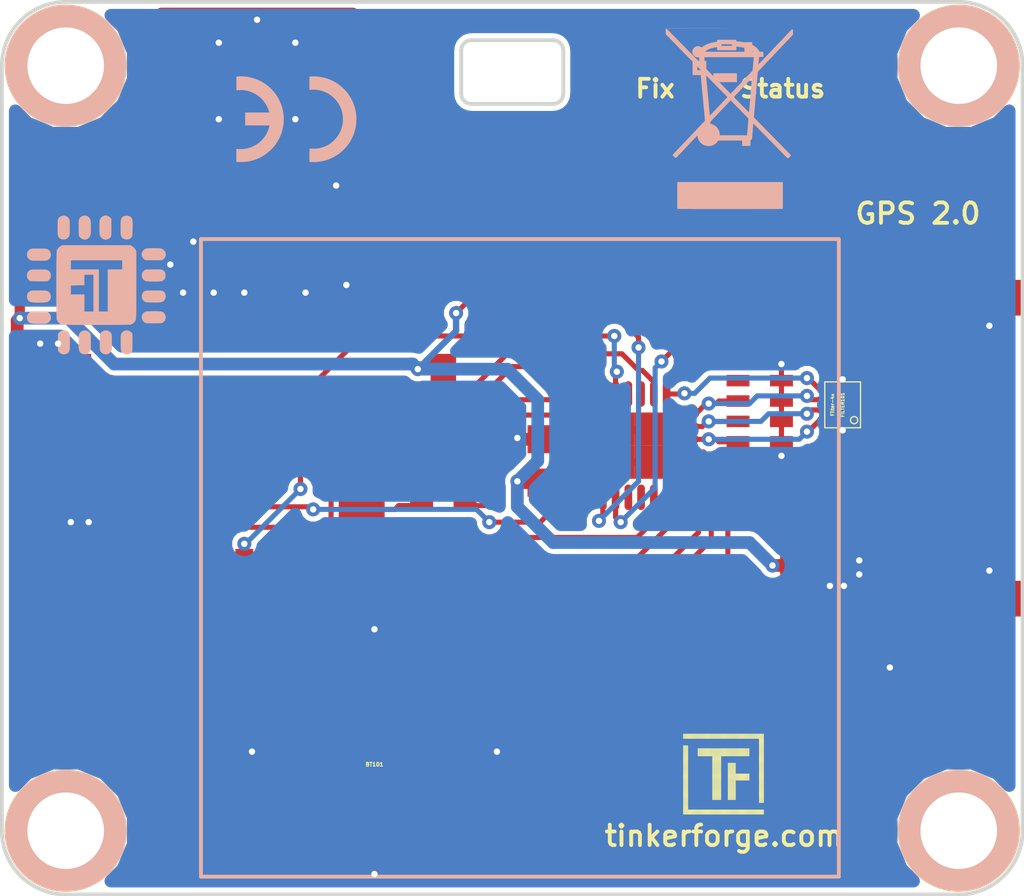
<source format=kicad_pcb>
(kicad_pcb (version 4) (host pcbnew 4.0.7-e2-6376~58~ubuntu17.04.1)
  (layers (0 F.Cu signal hide) (31 B.Cu signal hide) (34 B.Paste user) (35 F.Paste user) (36 B.SilkS user) (37 F.SilkS user) (38 B.Mask user) (39 F.Mask user) (44 Edge.Cuts user))
  (net 0 "")
  (net 1 GND)
  (net 2 +BATT)
  (net 3 VCC)
  (net 4 "Net-(C101-Pad2)")
  (net 5 "Net-(L101-Pad2)")
  (net 6 "Net-(FILTER101-Pad1)")
  (net 7 "Net-(FILTER101-Pad2)")
  (net 8 "Net-(FILTER101-Pad3)")
  (net 9 "Net-(FILTER101-Pad4)")
  (net 10 RESET)
  (net 11 TXD)
  (net 12 RXD)
  (net 13 1PPS)
  (net 14 "Net-(RP101-Pad5)")
  (net 15 "Net-(RP101-Pad7)")
  (net 16 "Net-(RP101-Pad8)")
  (net 17 RTCM)
  (net 18 INT)
  (net 19 "Net-(D101-Pad2)")
  (net 20 "Net-(P103-Pad2)")
  (net 21 M-CS)
  (net 22 M-CLK)
  (net 23 M-MOSI)
  (net 24 M-MISO)
  (net 25 S-MISO)
  (net 26 S-MOSI)
  (net 27 S-CLK)
  (net 28 S-CS)
  (net 29 "Net-(RP102-Pad1)")
  (net 30 "Net-(RP102-Pad2)")
  (net 31 "Net-(RP102-Pad3)")
  (net 32 "Net-(RP102-Pad4)")
  (net 33 "Net-(D102-Pad2)")
  (net 34 "Net-(RP103-Pad5)")
  (net 35 "Net-(RP103-Pad8)")
  (net 36 "Net-(P101-Pad1)")
  (net 37 "Net-(RP1-Pad1)")
  (net 38 "Net-(RP101-Pad3)")
  (net 39 "Net-(RP101-Pad6)")
  (net 40 "Net-(RP103-Pad2)")
  (net 41 "Net-(RP103-Pad3)")
  (net 42 "Net-(RP103-Pad6)")
  (net 43 "Net-(RP103-Pad7)")
  (net 44 "Net-(U101-Pad3)")
  (net 45 "Net-(U101-Pad4)")
  (net 46 "Net-(U101-Pad11)")
  (net 47 "Net-(U101-Pad15)")
  (net 48 "Net-(U101-Pad16)")
  (net 49 "Net-(U102-Pad10)")
  (module kicad-libraries:CON-SENSOR2 (layer F.Cu) (at 206.4 103.4 90)
    (fp_text reference P101)
    (fp_text value CON-SENSOR)
    (pad 1 smd rect (at -3.75 -4.6 90) (size 0.6 1.8) (layers F.Cu F.Paste F.Mask) (net 36 "Net-(P101-Pad1)"))
    (pad 2 smd rect (at -2.5 -4.6 90) (size 0.6 1.8) (layers F.Cu F.Paste F.Mask) (net 1 GND))
    (pad EP smd rect (at -5.9 -1.2 90) (size 1.4 2.4) (layers F.Cu F.Paste F.Mask) (net 1 GND))
    (pad EP smd rect (at 5.9 -1.2 90) (size 1.4 2.4) (layers F.Cu F.Paste F.Mask) (net 1 GND))
    (pad 3 smd rect (at -1.25 -4.6 90) (size 0.6 1.8) (layers F.Cu F.Paste F.Mask) (net 4 "Net-(C101-Pad2)"))
    (pad 4 smd rect (at 0 -4.6 90) (size 0.6 1.8) (layers F.Cu F.Paste F.Mask) (net 6 "Net-(FILTER101-Pad1)"))
    (pad 5 smd rect (at 1.25 -4.6 90) (size 0.6 1.8) (layers F.Cu F.Paste F.Mask) (net 7 "Net-(FILTER101-Pad2)"))
    (pad 6 smd rect (at 2.5 -4.6 90) (size 0.6 1.8) (layers F.Cu F.Paste F.Mask) (net 8 "Net-(FILTER101-Pad3)"))
    (pad 7 smd rect (at 3.75 -4.6 90) (size 0.6 1.8) (layers F.Cu F.Paste F.Mask) (net 9 "Net-(FILTER101-Pad4)"))
  )
  (module kicad-libraries:Fiducial_Mark (layer F.Cu) (at 199.9 91.4)
    (fp_text reference Fiducial_Mark hide)
    (fp_text value VAL** hide)
    (pad 1 smd circle (at 0 0) (size 1.00076 1.00076) (layers F.Cu F.Paste F.Mask) (clearance 0.65024))
  )
  (module kicad-libraries:Fiducial_Mark (layer F.Cu) (at 167.9 92.9)
    (fp_text reference Fiducial_Mark hide)
    (fp_text value VAL** hide)
    (pad 1 smd circle (at 0 0) (size 1.00076 1.00076) (layers F.Cu F.Paste F.Mask) (clearance 0.65024))
  )
  (module kicad-libraries:Fiducial_Mark (layer F.Cu) (at 204.9 113.4)
    (fp_text reference Fiducial_Mark hide)
    (fp_text value VAL** hide)
    (pad 1 smd circle (at 0 0) (size 1.00076 1.00076) (layers F.Cu F.Paste F.Mask) (clearance 0.65024))
  )
  (module kicad-libraries:Logo_CoMCU (layer B.Cu) (at 170.1 97 180)
    (fp_text reference G*** hide)
    (fp_text value LOGO hide)
  )
  (module kicad-libraries:DFN8-17x135 (layer F.Cu) (at 199.35 101.7 270)
    (fp_text reference FILTER101 (at 0 0 270) (layer F.SilkS) (effects (font (size 0.127 0.127) (thickness 0.03175))))
    (fp_text value Filter-4x (at 0 0.4 270) (layer F.SilkS) (effects (font (size 0.127 0.127) (thickness 0.03175))))
    (pad 1 smd rect (at 0.6 -0.675 270) (size 0.25 0.6) (layers F.Cu F.Paste F.Mask) (net 6 "Net-(FILTER101-Pad1)"))
    (pad 2 smd rect (at 0.2 -0.675 270) (size 0.25 0.6) (layers F.Cu F.Paste F.Mask) (net 7 "Net-(FILTER101-Pad2)"))
    (pad 3 smd rect (at -0.2 -0.675 270) (size 0.25 0.6) (layers F.Cu F.Paste F.Mask) (net 8 "Net-(FILTER101-Pad3)"))
    (pad 4 smd rect (at -0.6 -0.675 270) (size 0.25 0.6) (layers F.Cu F.Paste F.Mask) (net 9 "Net-(FILTER101-Pad4)"))
    (pad 5 smd rect (at -0.6 0.675 270) (size 0.25 0.6) (layers F.Cu F.Paste F.Mask) (net 25 S-MISO))
    (pad 6 smd rect (at -0.2 0.675 270) (size 0.25 0.6) (layers F.Cu F.Paste F.Mask) (net 26 S-MOSI))
    (pad 7 smd rect (at 0.2 0.675 270) (size 0.25 0.6) (layers F.Cu F.Paste F.Mask) (net 27 S-CLK))
    (pad 8 smd rect (at 0.6 0.675 270) (size 0.25 0.6) (layers F.Cu F.Paste F.Mask) (net 28 S-CS))
    (pad EXP smd rect (at 0 0 270) (size 1.2 0.4) (layers F.Cu F.Paste F.Mask) (net 1 GND))
  )
  (module kicad-libraries:SolderJumper (layer F.Cu) (at 199.8 112 180)
    (fp_text reference P103)
    (fp_text value Boot)
    (pad 2 smd rect (at 0.55 0 180) (size 0.3 1.4) (layers F.Cu F.Mask) (net 20 "Net-(P103-Pad2)"))
    (pad 2 smd rect (at 0.15 0 180) (size 0.6 0.5) (layers F.Cu F.Mask) (net 20 "Net-(P103-Pad2)"))
    (pad 1 smd rect (at -0.5 0 180) (size 0.4 1.4) (layers F.Cu F.Mask) (net 1 GND))
    (pad 1 smd rect (at -0.225 0.55 180) (size 0.95 0.3) (layers F.Cu F.Mask) (net 1 GND))
    (pad 1 smd rect (at -0.225 -0.55 180) (size 0.95 0.3) (layers F.Cu F.Mask) (net 1 GND))
  )
  (module kicad-libraries:0603X4 (layer F.Cu) (at 191.7 96.1)
    (fp_text reference RP103)
    (fp_text value 1k)
    (pad 1 smd rect (at 1.19888 -0.8509) (size 0.44958 0.89916) (layers F.Cu F.Paste F.Mask) (net 19 "Net-(D101-Pad2)"))
    (pad 2 smd rect (at 0.39878 -0.8509) (size 0.44958 0.89916) (layers F.Cu F.Paste F.Mask) (net 40 "Net-(RP103-Pad2)"))
    (pad 3 smd rect (at -0.39878 -0.8509) (size 0.44958 0.89916) (layers F.Cu F.Paste F.Mask) (net 41 "Net-(RP103-Pad3)"))
    (pad 4 smd rect (at -1.19888 -0.8509) (size 0.44958 0.89916) (layers F.Cu F.Paste F.Mask) (net 33 "Net-(D102-Pad2)"))
    (pad 5 smd rect (at -1.19888 0.8509) (size 0.44958 0.89916) (layers F.Cu F.Paste F.Mask) (net 34 "Net-(RP103-Pad5)"))
    (pad 6 smd rect (at -0.39878 0.8509) (size 0.44958 0.89916) (layers F.Cu F.Paste F.Mask) (net 42 "Net-(RP103-Pad6)"))
    (pad 7 smd rect (at 0.39878 0.8509) (size 0.44958 0.89916) (layers F.Cu F.Paste F.Mask) (net 43 "Net-(RP103-Pad7)"))
    (pad 8 smd rect (at 1.19888 0.8509) (size 0.44958 0.89916) (layers F.Cu F.Paste F.Mask) (net 35 "Net-(RP103-Pad8)"))
  )
  (module kicad-libraries:D0603E (layer F.Cu) (at 192 87.6)
    (fp_text reference D102)
    (fp_text value "LED green")
    (pad 1 smd rect (at -0.8501 0) (size 1.1 1) (layers F.Cu F.Paste F.Mask) (net 3 VCC))
    (pad 2 smd rect (at 0.8501 0) (size 1.1 1) (layers F.Cu F.Paste F.Mask) (net 33 "Net-(D102-Pad2)"))
  )
  (module kicad-libraries:WEEE_7mm_back (layer B.Cu) (at 194.9 90.5)
    (fp_text reference VAL hide)
    (fp_text value WEEE_7mm_back hide)
  )
  (module kicad-libraries:QFN24-4x4mm-0.5mm (layer F.Cu) (at 191.2 103.3 270)
    (fp_text reference U101)
    (fp_text value XMC1302-32)
    (pad 1 smd oval (at -2.025 -1.25 270) (size 1 0.3) (layers F.Cu F.Paste F.Mask) (net 25 S-MISO))
    (pad 2 smd oval (at -2.025 -0.75 270) (size 1 0.3) (layers F.Cu F.Paste F.Mask) (net 10 RESET))
    (pad 3 smd oval (at -2.025 -0.25 270) (size 1 0.3) (layers F.Cu F.Paste F.Mask) (net 44 "Net-(U101-Pad3)"))
    (pad 4 smd oval (at -2.025 0.25 270) (size 1 0.3) (layers F.Cu F.Paste F.Mask) (net 45 "Net-(U101-Pad4)"))
    (pad 5 smd oval (at -2.025 0.75 270) (size 1 0.3) (layers F.Cu F.Paste F.Mask) (net 18 INT))
    (pad 6 smd oval (at -2.025 1.25 270) (size 1 0.3) (layers F.Cu F.Paste F.Mask) (net 13 1PPS))
    (pad 7 smd oval (at -1.25 2.025) (size 1 0.3) (layers F.Cu F.Paste F.Mask) (net 12 RXD))
    (pad 8 smd oval (at -0.75 2.025) (size 1 0.3) (layers F.Cu F.Paste F.Mask) (net 11 TXD))
    (pad 9 smd oval (at -0.25 2.025) (size 1 0.3) (layers F.Cu F.Paste F.Mask) (net 1 GND))
    (pad 10 smd oval (at 0.25 2.025) (size 1 0.3) (layers F.Cu F.Paste F.Mask) (net 3 VCC))
    (pad 11 smd oval (at 0.75 2.025) (size 1 0.3) (layers F.Cu F.Paste F.Mask) (net 46 "Net-(U101-Pad11)"))
    (pad 12 smd oval (at 1.25 2.025) (size 1 0.3) (layers F.Cu F.Paste F.Mask) (net 17 RTCM))
    (pad 13 smd oval (at 2.025 1.25 270) (size 1 0.3) (layers F.Cu F.Paste F.Mask) (net 34 "Net-(RP103-Pad5)"))
    (pad 14 smd oval (at 2.025 0.75 270) (size 1 0.3) (layers F.Cu F.Paste F.Mask) (net 35 "Net-(RP103-Pad8)"))
    (pad 15 smd oval (at 2.025 0.25 270) (size 1 0.3) (layers F.Cu F.Paste F.Mask) (net 47 "Net-(U101-Pad15)"))
    (pad 16 smd oval (at 2.025 -0.25 270) (size 1 0.3) (layers F.Cu F.Paste F.Mask) (net 48 "Net-(U101-Pad16)"))
    (pad 17 smd oval (at 2.025 -0.75 270) (size 1 0.3) (layers F.Cu F.Paste F.Mask) (net 24 M-MISO))
    (pad 18 smd oval (at 2.025 -1.25 270) (size 1 0.3) (layers F.Cu F.Paste F.Mask) (net 23 M-MOSI))
    (pad 19 smd oval (at 1.25 -2.025) (size 1 0.3) (layers F.Cu F.Paste F.Mask) (net 22 M-CLK))
    (pad 20 smd oval (at 0.75 -2.025) (size 1 0.3) (layers F.Cu F.Paste F.Mask) (net 21 M-CS))
    (pad 21 smd oval (at 0.25 -2.025) (size 1 0.3) (layers F.Cu F.Paste F.Mask) (net 20 "Net-(P103-Pad2)"))
    (pad 22 smd oval (at -0.25 -2.025) (size 1 0.3) (layers F.Cu F.Paste F.Mask) (net 28 S-CS))
    (pad 23 smd oval (at -0.75 -2.025) (size 1 0.3) (layers F.Cu F.Paste F.Mask) (net 27 S-CLK))
    (pad 24 smd oval (at -1.25 -2.025) (size 1 0.3) (layers F.Cu F.Paste F.Mask) (net 26 S-MOSI))
    (pad EXP smd rect (at 0.65 0.65 270) (size 1.3 1.3) (layers F.Cu F.Paste F.Mask) (net 1 GND))
    (pad EXP smd rect (at 0.65 -0.65 270) (size 1.3 1.3) (layers F.Cu F.Paste F.Mask) (net 1 GND))
    (pad EXP smd rect (at -0.65 0.65 270) (size 1.3 1.3) (layers F.Cu F.Paste F.Mask) (net 1 GND))
    (pad EXP smd rect (at -0.65 -0.65 270) (size 1.3 1.3) (layers F.Cu F.Paste F.Mask) (net 1 GND))
  )
  (module kicad-libraries:Logo_31x31 (layer F.Cu) (at 193.1 114.6)
    (fp_text reference G*** hide)
    (fp_text value Logo_31x31 hide)
  )
  (module kicad-libraries:0603X4 (layer F.Cu) (at 183.7 104.45 270)
    (fp_text reference RP101)
    (fp_text value 270)
    (pad 1 smd rect (at 1.19888 -0.8509 270) (size 0.44958 0.89916) (layers F.Cu F.Paste F.Mask) (net 11 TXD))
    (pad 2 smd rect (at 0.39878 -0.8509 270) (size 0.44958 0.89916) (layers F.Cu F.Paste F.Mask) (net 12 RXD))
    (pad 3 smd rect (at -0.39878 -0.8509 270) (size 0.44958 0.89916) (layers F.Cu F.Paste F.Mask) (net 38 "Net-(RP101-Pad3)"))
    (pad 4 smd rect (at -1.19888 -0.8509 270) (size 0.44958 0.89916) (layers F.Cu F.Paste F.Mask) (net 13 1PPS))
    (pad 5 smd rect (at -1.19888 0.8509 270) (size 0.44958 0.89916) (layers F.Cu F.Paste F.Mask) (net 14 "Net-(RP101-Pad5)"))
    (pad 6 smd rect (at -0.39878 0.8509 270) (size 0.44958 0.89916) (layers F.Cu F.Paste F.Mask) (net 39 "Net-(RP101-Pad6)"))
    (pad 7 smd rect (at 0.39878 0.8509 270) (size 0.44958 0.89916) (layers F.Cu F.Paste F.Mask) (net 15 "Net-(RP101-Pad7)"))
    (pad 8 smd rect (at 1.19888 0.8509 270) (size 0.44958 0.89916) (layers F.Cu F.Paste F.Mask) (net 16 "Net-(RP101-Pad8)"))
  )
  (module kicad-libraries:0603X4 (layer F.Cu) (at 183.7 108.1 90)
    (fp_text reference RP102)
    (fp_text value 270)
    (pad 1 smd rect (at 1.19888 -0.8509 90) (size 0.44958 0.89916) (layers F.Cu F.Paste F.Mask) (net 29 "Net-(RP102-Pad1)"))
    (pad 2 smd rect (at 0.39878 -0.8509 90) (size 0.44958 0.89916) (layers F.Cu F.Paste F.Mask) (net 30 "Net-(RP102-Pad2)"))
    (pad 3 smd rect (at -0.39878 -0.8509 90) (size 0.44958 0.89916) (layers F.Cu F.Paste F.Mask) (net 31 "Net-(RP102-Pad3)"))
    (pad 4 smd rect (at -1.19888 -0.8509 90) (size 0.44958 0.89916) (layers F.Cu F.Paste F.Mask) (net 32 "Net-(RP102-Pad4)"))
    (pad 5 smd rect (at -1.19888 0.8509 90) (size 0.44958 0.89916) (layers F.Cu F.Paste F.Mask) (net 21 M-CS))
    (pad 6 smd rect (at -0.39878 0.8509 90) (size 0.44958 0.89916) (layers F.Cu F.Paste F.Mask) (net 22 M-CLK))
    (pad 7 smd rect (at 0.39878 0.8509 90) (size 0.44958 0.89916) (layers F.Cu F.Paste F.Mask) (net 23 M-MOSI))
    (pad 8 smd rect (at 1.19888 0.8509 90) (size 0.44958 0.89916) (layers F.Cu F.Paste F.Mask) (net 24 M-MISO))
  )
  (module kicad-libraries:D0603E (layer F.Cu) (at 197 87.6)
    (fp_text reference D101)
    (fp_text value "LED blue")
    (pad 1 smd rect (at -0.8501 0) (size 1.1 1) (layers F.Cu F.Paste F.Mask) (net 3 VCC))
    (pad 2 smd rect (at 0.8501 0) (size 1.1 1) (layers F.Cu F.Paste F.Mask) (net 19 "Net-(D101-Pad2)"))
  )
  (module kicad-libraries:DRILL_NP (layer F.Cu) (at 168.9 118.4)
    (fp_text reference U106 hide)
    (fp_text value DRILL hide)
    (pad "" np_thru_hole circle (at 0 0) (size 2.99974 2.99974) (drill 2.99974) (layers *.Cu *.Mask F.SilkS) (clearance 0.89916))
  )
  (module kicad-libraries:DRILL_NP (layer F.Cu) (at 168.9 88.4)
    (fp_text reference U105 hide)
    (fp_text value DRILL hide)
    (pad "" np_thru_hole circle (at 0 0) (size 2.99974 2.99974) (drill 2.99974) (layers *.Cu *.Mask F.SilkS) (clearance 0.89916))
  )
  (module kicad-libraries:DRILL_NP (layer F.Cu) (at 203.9 118.4)
    (fp_text reference U104 hide)
    (fp_text value DRILL hide)
    (pad "" np_thru_hole circle (at 0 0) (size 2.99974 2.99974) (drill 2.99974) (layers *.Cu *.Mask F.SilkS) (clearance 0.89916))
  )
  (module kicad-libraries:DRILL_NP (layer F.Cu) (at 203.9 88.4)
    (fp_text reference U103 hide)
    (fp_text value DRILL hide)
    (pad "" np_thru_hole circle (at 0 0) (size 2.99974 2.99974) (drill 2.99974) (layers *.Cu *.Mask F.SilkS) (clearance 0.89916))
  )
  (module kicad-libraries:C0603E (layer F.Cu) (at 199.1 105.7 90)
    (fp_text reference C101)
    (fp_text value 1uF)
    (pad 1 smd rect (at -0.8501 0 90) (size 1.1 1) (layers F.Cu F.Paste F.Mask) (net 1 GND))
    (pad 2 smd rect (at 0.8501 0 90) (size 1.1 1) (layers F.Cu F.Paste F.Mask) (net 4 "Net-(C101-Pad2)"))
  )
  (module kicad-libraries:C0603E (layer F.Cu) (at 198.3 108 180)
    (fp_text reference C102)
    (fp_text value 10uF)
    (pad 1 smd rect (at -0.8501 0 180) (size 1.1 1) (layers F.Cu F.Paste F.Mask) (net 1 GND))
    (pad 2 smd rect (at 0.8501 0 180) (size 1.1 1) (layers F.Cu F.Paste F.Mask) (net 3 VCC))
  )
  (module kicad-libraries:C0603E (layer F.Cu) (at 187.5 103.9 270)
    (fp_text reference C103)
    (fp_text value 100nF)
    (pad 1 smd rect (at -0.8501 0 270) (size 1.1 1) (layers F.Cu F.Paste F.Mask) (net 1 GND))
    (pad 2 smd rect (at 0.8501 0 270) (size 1.1 1) (layers F.Cu F.Paste F.Mask) (net 3 VCC))
  )
  (module kicad-libraries:C0603E (layer F.Cu) (at 169.4 101.1 270)
    (fp_text reference C104)
    (fp_text value 100nF)
    (pad 1 smd rect (at -0.8501 0 270) (size 1.1 1) (layers F.Cu F.Paste F.Mask) (net 1 GND))
    (pad 2 smd rect (at 0.8501 0 270) (size 1.1 1) (layers F.Cu F.Paste F.Mask) (net 3 VCC))
  )
  (module kicad-libraries:C0603E (layer F.Cu) (at 168 101.1 270)
    (fp_text reference C105)
    (fp_text value 1uF)
    (pad 1 smd rect (at -0.8501 0 270) (size 1.1 1) (layers F.Cu F.Paste F.Mask) (net 1 GND))
    (pad 2 smd rect (at 0.8501 0 270) (size 1.1 1) (layers F.Cu F.Paste F.Mask) (net 3 VCC))
  )
  (module kicad-libraries:C0603E (layer F.Cu) (at 169.4 104.5 90)
    (fp_text reference C106)
    (fp_text value 1µF)
    (pad 1 smd rect (at -0.8501 0 90) (size 1.1 1) (layers F.Cu F.Paste F.Mask) (net 1 GND))
    (pad 2 smd rect (at 0.8501 0 90) (size 1.1 1) (layers F.Cu F.Paste F.Mask) (net 2 +BATT))
  )
  (module kicad-libraries:C0603E (layer F.Cu) (at 173 94.4 90)
    (fp_text reference C107)
    (fp_text value 1µF)
    (pad 1 smd rect (at -0.8501 0 90) (size 1.1 1) (layers F.Cu F.Paste F.Mask) (net 1 GND))
    (pad 2 smd rect (at 0.8501 0 90) (size 1.1 1) (layers F.Cu F.Paste F.Mask) (net 3 VCC))
  )
  (module kicad-libraries:C0603E (layer F.Cu) (at 197.5 105.7 270)
    (fp_text reference FB101)
    (fp_text value FB)
    (pad 1 smd rect (at -0.8501 0 270) (size 1.1 1) (layers F.Cu F.Paste F.Mask) (net 4 "Net-(C101-Pad2)"))
    (pad 2 smd rect (at 0.8501 0 270) (size 1.1 1) (layers F.Cu F.Paste F.Mask) (net 3 VCC))
  )
  (module kicad-libraries:R0603E (layer F.Cu) (at 183.7 101.1 270)
    (fp_text reference R102)
    (fp_text value 1k)
    (pad 1 smd rect (at -0.8501 0 270) (size 1.1 1) (layers F.Cu F.Paste F.Mask) (net 3 VCC))
    (pad 2 smd rect (at 0.8501 0 270) (size 1.1 1) (layers F.Cu F.Paste F.Mask) (net 10 RESET))
  )
  (module 0603X4 (layer F.Cu) (at 196.1 101.95 90)
    (fp_text reference RP1)
    (fp_text value 1k)
    (pad 1 smd rect (at 1.19888 -0.8509 90) (size 0.44958 0.89916) (layers F.Cu F.Paste F.Mask) (net 37 "Net-(RP1-Pad1)"))
    (pad 2 smd rect (at 0.39878 -0.8509 90) (size 0.44958 0.89916) (layers F.Cu F.Paste F.Mask) (net 26 S-MOSI))
    (pad 3 smd rect (at -0.39878 -0.8509 90) (size 0.44958 0.89916) (layers F.Cu F.Paste F.Mask) (net 27 S-CLK))
    (pad 4 smd rect (at -1.19888 -0.8509 90) (size 0.44958 0.89916) (layers F.Cu F.Paste F.Mask) (net 28 S-CS))
    (pad 5 smd rect (at -1.19888 0.8509 90) (size 0.44958 0.89916) (layers F.Cu F.Paste F.Mask) (net 1 GND))
    (pad 6 smd rect (at -0.39878 0.8509 90) (size 0.44958 0.89916) (layers F.Cu F.Paste F.Mask) (net 1 GND))
    (pad 7 smd rect (at 0.39878 0.8509 90) (size 0.44958 0.89916) (layers F.Cu F.Paste F.Mask) (net 1 GND))
    (pad 8 smd rect (at 1.19888 0.8509 90) (size 0.44958 0.89916) (layers F.Cu F.Paste F.Mask) (net 1 GND))
  )
  (module kicad-libraries:C0603E (layer F.Cu) (at 175.5 93.5)
    (fp_text reference L101)
    (fp_text value 33nH)
    (pad 1 smd rect (at -0.8501 0) (size 1.1 1) (layers F.Cu F.Paste F.Mask) (net 3 VCC))
    (pad 2 smd rect (at 0.8501 0) (size 1.1 1) (layers F.Cu F.Paste F.Mask) (net 5 "Net-(L101-Pad2)"))
  )
  (module kicad-libraries:BATTERY_HOLDER_BK870 (layer F.Cu) (at 181 115.3)
    (fp_text reference BT101 (at 0 0.5) (layer F.SilkS) (effects (font (size 0.15 0.15) (thickness 0.0375))))
    (fp_text value Battery)
    (pad 1 smd rect (at -7.7 0) (size 3.2 3.2) (layers F.Cu F.Paste F.Mask) (net 2 +BATT))
    (pad 1 smd rect (at 7.7 0) (size 3.2 3.2) (layers F.Cu F.Paste F.Mask) (net 2 +BATT))
    (pad 2 smd circle (at 0 0) (size 8.13 8.13) (layers F.Cu F.Mask) (net 1 GND))
  )
  (module kicad-libraries:FireFlyX1 (layer F.Cu) (at 175.9 103.4 270)
    (fp_text reference U102)
    (fp_text value FireFlyX1)
    (pad 1 smd rect (at -4.85 -2.4 270) (size 1.8 0.7) (layers F.Cu F.Paste F.Mask) (net 1 GND))
    (pad 2 smd rect (at -4.85 -1.2 270) (size 1.8 0.7) (layers F.Cu F.Paste F.Mask) (net 5 "Net-(L101-Pad2)"))
    (pad 3 smd rect (at -4.85 0 270) (size 1.8 0.7) (layers F.Cu F.Paste F.Mask) (net 1 GND))
    (pad 4 smd rect (at -4.85 1.2 270) (size 1.8 0.7) (layers F.Cu F.Paste F.Mask) (net 1 GND))
    (pad 5 smd rect (at -4.85 2.4 270) (size 1.8 0.7) (layers F.Cu F.Paste F.Mask) (net 1 GND))
    (pad 6 smd rect (at -2.4 4.6 270) (size 0.7 1.8) (layers F.Cu F.Paste F.Mask) (net 1 GND))
    (pad 7 smd rect (at -1.2 4.6 270) (size 0.7 1.8) (layers F.Cu F.Paste F.Mask) (net 3 VCC))
    (pad 8 smd rect (at 0 4.6 270) (size 0.7 1.8) (layers F.Cu F.Paste F.Mask) (net 2 +BATT))
    (pad 9 smd rect (at 1.2 4.6 270) (size 0.7 1.8) (layers F.Cu F.Paste F.Mask) (net 1 GND))
    (pad 10 smd rect (at 2.4 4.6 270) (size 0.7 1.8) (layers F.Cu F.Paste F.Mask) (net 49 "Net-(U102-Pad10)"))
    (pad 11 smd rect (at 4.85 2.4 270) (size 1.8 0.7) (layers F.Cu F.Paste F.Mask) (net 17 RTCM))
    (pad 12 smd rect (at 4.85 1.2 270) (size 1.8 0.7) (layers F.Cu F.Paste F.Mask) (net 29 "Net-(RP102-Pad1)"))
    (pad 13 smd rect (at 4.85 0 270) (size 1.8 0.7) (layers F.Cu F.Paste F.Mask) (net 18 INT))
    (pad 14 smd rect (at 4.85 -1.2 270) (size 1.8 0.7) (layers F.Cu F.Paste F.Mask) (net 30 "Net-(RP102-Pad2)"))
    (pad 15 smd rect (at 4.85 -2.4 270) (size 1.8 0.7) (layers F.Cu F.Paste F.Mask) (net 31 "Net-(RP102-Pad3)"))
    (pad 16 smd rect (at 2.4 -4.6 270) (size 0.7 1.8) (layers F.Cu F.Paste F.Mask) (net 16 "Net-(RP101-Pad8)"))
    (pad 17 smd rect (at 1.2 -4.6 270) (size 0.7 1.8) (layers F.Cu F.Paste F.Mask) (net 15 "Net-(RP101-Pad7)"))
    (pad 18 smd rect (at 0 -4.6 270) (size 0.7 1.8) (layers F.Cu F.Paste F.Mask) (net 14 "Net-(RP101-Pad5)"))
    (pad 19 smd rect (at -1.2 -4.6 270) (size 0.7 1.8) (layers F.Cu F.Paste F.Mask) (net 10 RESET))
    (pad 20 smd rect (at -2.4 -4.6 270) (size 0.7 1.8) (layers F.Cu F.Paste F.Mask) (net 32 "Net-(RP102-Pad4)"))
  )
  (module kicad-libraries:FT-GPS-001 (layer B.Cu) (at 186.7 107.7)
    (fp_text reference REF**)
    (fp_text value FT-GPS-001)
  )
  (module kicad-libraries:CE_5mm (layer B.Cu) (at 177.9 90.5 180)
    (fp_text reference VAL hide)
    (fp_text value CE_5mm hide)
  )
  (module kicad-libraries:U.FL-CON (layer F.Cu) (at 176.4 89)
    (fp_text reference P104)
    (fp_text value U.FL)
    (pad 2 smd rect (at -1.45034 0) (size 1.09982 2.19964) (layers F.Cu F.Paste F.Mask) (net 1 GND))
    (pad 2 smd rect (at 1.45034 0) (size 1.09982 2.19964) (layers F.Cu F.Paste F.Mask) (net 1 GND))
    (pad 2 smd rect (at 0 -1.50114) (size 1.00076 1.00076) (layers F.Cu F.Paste F.Mask) (net 1 GND))
    (pad 1 smd rect (at 0 1.50114) (size 1.00076 1.05156) (layers F.Cu F.Paste F.Mask) (net 5 "Net-(L101-Pad2)"))
  )
  (gr_line (start 188 89.9) (end 184.8 89.9) (angle 90) (layer Edge.Cuts) (width 0.15))
  (gr_line (start 184.8 87.4) (end 188 87.4) (angle 90) (layer Edge.Cuts) (width 0.15))
  (gr_line (start 184.4 89.5) (end 184.4 87.8) (angle 90) (layer Edge.Cuts) (width 0.15))
  (gr_line (start 188.4 89.5) (end 188.4 87.8) (angle 90) (layer Edge.Cuts) (width 0.15))
  (gr_arc (start 184.8 89.5) (end 184.8 89.9) (angle 90) (layer Edge.Cuts) (width 0.15))
  (gr_arc (start 188 89.5) (end 188.4 89.5) (angle 90) (layer Edge.Cuts) (width 0.15))
  (gr_arc (start 188 87.8) (end 188 87.4) (angle 90) (layer Edge.Cuts) (width 0.15))
  (gr_arc (start 184.8 87.8) (end 184.4 87.8) (angle 90) (layer Edge.Cuts) (width 0.15))
  (gr_text Fix (at 192 89.3) (layer F.SilkS) (effects (font (size 0.7 0.7))))
  (gr_text Status (at 197 89.3) (layer F.SilkS) (effects (font (size 0.7 0.7))))
  (gr_line (start 203.9 85.9) (end 168.9 85.9) (angle 90) (layer Edge.Cuts) (width 0.15))
  (gr_line (start 206.4 118.4) (end 206.4 88.4) (angle 90) (layer Edge.Cuts) (width 0.15))
  (gr_line (start 168.9 120.9) (end 203.9 120.9) (angle 90) (layer Edge.Cuts) (width 0.15))
  (gr_line (start 166.4 88.4) (end 166.4 118.4) (angle 90) (layer Edge.Cuts) (width 0.15))
  (gr_arc (start 168.9 88.4) (end 166.4 88.4) (angle 90) (layer Edge.Cuts) (width 0.15))
  (gr_arc (start 203.9 88.4) (end 203.9 85.9) (angle 90) (layer Edge.Cuts) (width 0.15))
  (gr_arc (start 203.9 118.4) (end 206.4 118.4) (angle 90) (layer Edge.Cuts) (width 0.15))
  (gr_arc (start 168.9 118.4) (end 168.9 120.9) (angle 90) (layer Edge.Cuts) (width 0.15))
  (gr_text "GPS 2.0" (at 202.3 94.2) (layer F.SilkS) (effects (font (size 0.8 0.8))))
  (gr_text tinkerforge.com (at 194.7 118.6) (layer F.SilkS) (effects (font (size 0.8 0.8))))
  (segment (start 196.9509 100.75112) (end 196.9509 100.1009) (width 0.2) (layer F.Cu) (net 1))
  (via (at 196.95 100.1) (size 0.55) (drill 0.25) (layers F.Cu B.Cu) (net 1))
  (segment (start 196.9509 100.1009) (end 196.95 100.1) (width 0.2) (layer F.Cu) (net 1))
  (segment (start 196.9509 103.14888) (end 196.9509 103.6991) (width 0.2) (layer F.Cu) (net 1))
  (via (at 196.95 103.7) (size 0.55) (drill 0.25) (layers F.Cu B.Cu) (net 1))
  (segment (start 196.9509 103.6991) (end 196.95 103.7) (width 0.2) (layer F.Cu) (net 1))
  (segment (start 196.9509 101.55122) (end 196.9509 100.75112) (width 0.2) (layer F.Cu) (net 1))
  (segment (start 196.9509 102.34878) (end 196.9509 101.55122) (width 0.2) (layer F.Cu) (net 1))
  (segment (start 196.9509 103.14888) (end 196.9509 102.34878) (width 0.2) (layer F.Cu) (net 1))
  (segment (start 199.1501 108) (end 199.8 108) (width 0.5) (layer F.Cu) (net 1))
  (via (at 200 107.8) (size 0.55) (drill 0.25) (layers F.Cu B.Cu) (net 1))
  (segment (start 199.8 108) (end 200 107.8) (width 0.5) (layer F.Cu) (net 1))
  (segment (start 199.1501 108) (end 199.65 108) (width 0.5) (layer F.Cu) (net 1))
  (segment (start 199.65 108) (end 200 108.35) (width 0.5) (layer F.Cu) (net 1))
  (via (at 200 108.35) (size 0.55) (drill 0.25) (layers F.Cu B.Cu) (net 1))
  (segment (start 199.1501 108) (end 199.1501 108.5501) (width 0.5) (layer F.Cu) (net 1))
  (via (at 199.4 108.8) (size 0.55) (drill 0.25) (layers F.Cu B.Cu) (net 1))
  (segment (start 199.1501 108.5501) (end 199.4 108.8) (width 0.5) (layer F.Cu) (net 1))
  (segment (start 199.1501 108) (end 199.1501 108.4999) (width 0.5) (layer F.Cu) (net 1))
  (segment (start 199.1501 108.4999) (end 198.85 108.8) (width 0.5) (layer F.Cu) (net 1))
  (via (at 198.85 108.8) (size 0.55) (drill 0.25) (layers F.Cu B.Cu) (net 1))
  (segment (start 199.1 106.5501) (end 199.1 107.9499) (width 0.5) (layer F.Cu) (net 1))
  (segment (start 199.1 107.9499) (end 199.1501 108) (width 0.5) (layer F.Cu) (net 1))
  (segment (start 199.35 101.7) (end 199.35 102.7) (width 0.4) (layer F.Cu) (net 1))
  (via (at 199.35 102.7) (size 0.55) (drill 0.25) (layers F.Cu B.Cu) (net 1))
  (segment (start 199.35 101.7) (end 199.35 100.7) (width 0.4) (layer F.Cu) (net 1))
  (via (at 199.35 100.7) (size 0.55) (drill 0.25) (layers F.Cu B.Cu) (net 1))
  (segment (start 205.05 109.3) (end 205.05 108.25) (width 0.5) (layer F.Cu) (net 1))
  (via (at 205.1 108.2) (size 0.55) (drill 0.25) (layers F.Cu B.Cu) (net 1))
  (segment (start 205.05 108.25) (end 205.1 108.2) (width 0.5) (layer F.Cu) (net 1))
  (segment (start 205.05 97.5) (end 205.05 98.55) (width 0.5) (layer F.Cu) (net 1))
  (via (at 205.1 98.6) (size 0.55) (drill 0.25) (layers F.Cu B.Cu) (net 1))
  (segment (start 205.05 98.55) (end 205.1 98.6) (width 0.5) (layer F.Cu) (net 1))
  (segment (start 201.8 105.9) (end 200.5 105.9) (width 0.5) (layer F.Cu) (net 1))
  (segment (start 199.8499 106.5501) (end 199.1 106.5501) (width 0.5) (layer F.Cu) (net 1))
  (segment (start 200.5 105.9) (end 199.8499 106.5501) (width 0.5) (layer F.Cu) (net 1))
  (segment (start 181 115.3) (end 176.2 115.3) (width 0.5) (layer F.Cu) (net 1))
  (via (at 176.2 115.3) (size 0.55) (drill 0.25) (layers F.Cu B.Cu) (net 1))
  (segment (start 181 115.3) (end 185.8 115.3) (width 0.5) (layer F.Cu) (net 1))
  (via (at 185.8 115.3) (size 0.55) (drill 0.25) (layers F.Cu B.Cu) (net 1))
  (segment (start 181 115.3) (end 181 120.1) (width 0.5) (layer F.Cu) (net 1))
  (via (at 181 120.1) (size 0.55) (drill 0.25) (layers F.Cu B.Cu) (net 1))
  (segment (start 181 115.3) (end 181 110.5) (width 0.5) (layer F.Cu) (net 1))
  (via (at 181 110.5) (size 0.55) (drill 0.25) (layers F.Cu B.Cu) (net 1))
  (segment (start 200.025 112.55) (end 200.15 112.55) (width 0.2) (layer F.Cu) (net 1))
  (segment (start 200.15 112.55) (end 200.35 112.35) (width 0.2) (layer F.Cu) (net 1))
  (segment (start 200.35 112.35) (end 200.35 112) (width 0.2) (layer F.Cu) (net 1))
  (segment (start 200.35 112) (end 200.3 112) (width 0.2) (layer F.Cu) (net 1))
  (segment (start 200.025 111.45) (end 200.15 111.45) (width 0.2) (layer F.Cu) (net 1))
  (segment (start 200.15 111.45) (end 200.35 111.65) (width 0.2) (layer F.Cu) (net 1))
  (segment (start 200.35 111.65) (end 200.35 112) (width 0.2) (layer F.Cu) (net 1))
  (segment (start 200.35 112) (end 200.3 112) (width 0.2) (layer F.Cu) (net 1))
  (segment (start 200.35 112) (end 201.2 112) (width 0.2) (layer F.Cu) (net 1))
  (via (at 201.2 112) (size 0.55) (drill 0.25) (layers F.Cu B.Cu) (net 1))
  (segment (start 179.5 93.1) (end 179.5 96.6) (width 0.7) (layer B.Cu) (net 1))
  (segment (start 178.3 94.3) (end 179.5 93.1) (width 0.7) (layer B.Cu) (net 1))
  (via (at 179.5 93.1) (size 0.55) (drill 0.25) (layers F.Cu B.Cu) (net 1))
  (segment (start 178.3 98.55) (end 178.3 97.3) (width 0.4) (layer F.Cu) (net 1))
  (via (at 178.3 97.3) (size 0.55) (drill 0.25) (layers F.Cu B.Cu) (net 1))
  (segment (start 178.3 97.3) (end 178.3 94.3) (width 0.7) (layer B.Cu) (net 1))
  (via (at 179.9 97) (size 0.55) (drill 0.25) (layers F.Cu B.Cu) (net 1))
  (segment (start 179.5 96.6) (end 179.9 97) (width 0.7) (layer B.Cu) (net 1))
  (segment (start 187.5 103.0499) (end 186.6499 103.0499) (width 0.5) (layer F.Cu) (net 1))
  (via (at 186.6 103) (size 0.55) (drill 0.25) (layers F.Cu B.Cu) (net 1))
  (segment (start 186.6499 103.0499) (end 186.6 103) (width 0.5) (layer F.Cu) (net 1))
  (segment (start 191.85 103.95) (end 190.55 103.95) (width 0.3) (layer F.Cu) (net 1))
  (segment (start 190.55 103.95) (end 190.55 102.65) (width 0.3) (layer F.Cu) (net 1))
  (segment (start 190.55 102.65) (end 191.85 102.65) (width 0.3) (layer F.Cu) (net 1))
  (segment (start 190.15 103.05) (end 190.55 102.65) (width 0.3) (layer F.Cu) (net 1))
  (segment (start 189.175 103.05) (end 187.5001 103.05) (width 0.3) (layer F.Cu) (net 1))
  (segment (start 187.5001 103.05) (end 187.5 103.0499) (width 0.3) (layer F.Cu) (net 1))
  (segment (start 177.85034 89) (end 177.85034 87.54966) (width 0.4) (layer F.Cu) (net 1))
  (via (at 177.9 87.5) (size 0.55) (drill 0.25) (layers F.Cu B.Cu) (net 1))
  (segment (start 177.85034 87.54966) (end 177.9 87.5) (width 0.4) (layer F.Cu) (net 1))
  (segment (start 177.85034 89) (end 177.85034 90.45034) (width 0.4) (layer F.Cu) (net 1))
  (via (at 177.9 90.5) (size 0.55) (drill 0.25) (layers F.Cu B.Cu) (net 1))
  (segment (start 177.85034 90.45034) (end 177.9 90.5) (width 0.4) (layer F.Cu) (net 1))
  (segment (start 174.94966 89) (end 174.94966 90.45034) (width 0.4) (layer F.Cu) (net 1))
  (via (at 174.9 90.5) (size 0.55) (drill 0.25) (layers F.Cu B.Cu) (net 1))
  (segment (start 174.94966 90.45034) (end 174.9 90.5) (width 0.4) (layer F.Cu) (net 1))
  (segment (start 174.94966 89) (end 174.94966 87.54966) (width 0.4) (layer F.Cu) (net 1))
  (via (at 174.9 87.5) (size 0.55) (drill 0.25) (layers F.Cu B.Cu) (net 1))
  (segment (start 174.94966 87.54966) (end 174.9 87.5) (width 0.4) (layer F.Cu) (net 1))
  (segment (start 176.4 87.49886) (end 176.4 86.6) (width 0.4) (layer F.Cu) (net 1))
  (via (at 176.4 86.6) (size 0.55) (drill 0.25) (layers F.Cu B.Cu) (net 1))
  (segment (start 173 95.2501) (end 173.8501 95.2501) (width 0.4) (layer F.Cu) (net 1))
  (via (at 173.9 95.3) (size 0.55) (drill 0.25) (layers F.Cu B.Cu) (net 1))
  (segment (start 173.8501 95.2501) (end 173.9 95.3) (width 0.4) (layer F.Cu) (net 1))
  (segment (start 173 95.2501) (end 173 96.2) (width 0.4) (layer F.Cu) (net 1))
  (via (at 173 96.2) (size 0.55) (drill 0.25) (layers F.Cu B.Cu) (net 1))
  (segment (start 175.9 98.55) (end 175.9 97.3) (width 0.4) (layer F.Cu) (net 1))
  (via (at 175.9 97.3) (size 0.55) (drill 0.25) (layers F.Cu B.Cu) (net 1))
  (segment (start 174.7 98.55) (end 174.7 97.3) (width 0.4) (layer F.Cu) (net 1))
  (via (at 174.7 97.3) (size 0.55) (drill 0.25) (layers F.Cu B.Cu) (net 1))
  (segment (start 173.5 98.55) (end 173.5 97.3) (width 0.4) (layer F.Cu) (net 1))
  (via (at 173.5 97.3) (size 0.55) (drill 0.25) (layers F.Cu B.Cu) (net 1))
  (segment (start 171.3 104.6) (end 170.5 104.6) (width 0.4) (layer F.Cu) (net 1))
  (segment (start 170.5 104.6) (end 169.7499 105.3501) (width 0.4) (layer F.Cu) (net 1))
  (segment (start 169.7499 105.3501) (end 169.4 105.3501) (width 0.4) (layer F.Cu) (net 1))
  (segment (start 169.4 105.3501) (end 169.4 105.9) (width 0.4) (layer F.Cu) (net 1))
  (segment (start 169.4 105.9) (end 169.8 106.3) (width 0.4) (layer F.Cu) (net 1))
  (via (at 169.8 106.3) (size 0.55) (drill 0.25) (layers F.Cu B.Cu) (net 1))
  (segment (start 169.4 105.3501) (end 169.4 106) (width 0.4) (layer F.Cu) (net 1))
  (via (at 169.1 106.3) (size 0.55) (drill 0.25) (layers F.Cu B.Cu) (net 1))
  (segment (start 169.4 106) (end 169.1 106.3) (width 0.4) (layer F.Cu) (net 1))
  (segment (start 168 100.2499) (end 168 99.9) (width 0.4) (layer F.Cu) (net 1))
  (segment (start 168 99.9) (end 168.6 99.3) (width 0.4) (layer F.Cu) (net 1))
  (segment (start 168.6 99.5) (end 168.6 99.3) (width 0.4) (layer F.Cu) (net 1))
  (via (at 168.6 99.3) (size 0.55) (drill 0.25) (layers F.Cu B.Cu) (net 1))
  (segment (start 168 100.1) (end 168.6 99.5) (width 0.4) (layer F.Cu) (net 1))
  (segment (start 168 100.2499) (end 168 100.1) (width 0.4) (layer F.Cu) (net 1))
  (segment (start 168 100.2499) (end 168 99.4) (width 0.4) (layer F.Cu) (net 1))
  (via (at 167.9 99.3) (size 0.55) (drill 0.25) (layers F.Cu B.Cu) (net 1))
  (segment (start 168 99.4) (end 167.9 99.3) (width 0.4) (layer F.Cu) (net 1))
  (segment (start 169.4 100.2499) (end 168 100.2499) (width 0.4) (layer F.Cu) (net 1))
  (segment (start 171.3 101) (end 170.4 101) (width 0.4) (layer F.Cu) (net 1))
  (segment (start 170.4 101) (end 169.6499 100.2499) (width 0.4) (layer F.Cu) (net 1))
  (segment (start 169.6499 100.2499) (end 169.4 100.2499) (width 0.4) (layer F.Cu) (net 1))
  (segment (start 189.175 103.05) (end 190.15 103.05) (width 0.3) (layer F.Cu) (net 1))
  (segment (start 173.3 115.3) (end 171.6 115.3) (width 0.5) (layer F.Cu) (net 2))
  (segment (start 167.9 104.3) (end 168.5501 103.6499) (width 0.5) (layer F.Cu) (net 2))
  (segment (start 167.9 111.6) (end 167.9 104.3) (width 0.5) (layer F.Cu) (net 2))
  (segment (start 171.6 115.3) (end 167.9 111.6) (width 0.5) (layer F.Cu) (net 2))
  (segment (start 168.5501 103.6499) (end 169.4 103.6499) (width 0.5) (layer F.Cu) (net 2))
  (segment (start 169.4 103.6499) (end 168.5501 103.6499) (width 0.4) (layer F.Cu) (net 2))
  (segment (start 173.7 115.8) (end 174.3 115.8) (width 0.4) (layer F.Cu) (net 2))
  (segment (start 171.3 103.4) (end 169.6499 103.4) (width 0.4) (layer F.Cu) (net 2))
  (segment (start 169.6499 103.4) (end 169.4 103.6499) (width 0.4) (layer F.Cu) (net 2))
  (segment (start 189.1499 91.2) (end 191.1499 89.2) (width 0.2) (layer F.Cu) (net 3))
  (segment (start 191.1499 89.2) (end 191.1499 87.6) (width 0.2) (layer F.Cu) (net 3))
  (segment (start 189.1499 87.6) (end 189.1499 91.2) (width 0.2) (layer F.Cu) (net 3))
  (segment (start 189.1499 91.2) (end 189.1499 93.1501) (width 0.2) (layer F.Cu) (net 3))
  (segment (start 189.1499 93.1501) (end 184.2 98.1) (width 0.2) (layer F.Cu) (net 3))
  (segment (start 197.4499 108) (end 196.6 108) (width 0.5) (layer F.Cu) (net 3))
  (segment (start 195.7 107.1) (end 188 107.1) (width 0.5) (layer B.Cu) (net 3))
  (segment (start 196.6 108) (end 195.7 107.1) (width 0.5) (layer B.Cu) (net 3))
  (via (at 196.6 108) (size 0.55) (drill 0.25) (layers F.Cu B.Cu) (net 3))
  (segment (start 197.5 106.5501) (end 197.5 107.9499) (width 0.5) (layer F.Cu) (net 3))
  (segment (start 197.5 107.9499) (end 197.4499 108) (width 0.5) (layer F.Cu) (net 3))
  (segment (start 182.5 100.1) (end 170.8 100.1) (width 0.5) (layer B.Cu) (net 3))
  (segment (start 170.8 100.1) (end 169 98.3) (width 0.5) (layer B.Cu) (net 3))
  (segment (start 169 98.3) (end 167.1 98.3) (width 0.5) (layer B.Cu) (net 3))
  (via (at 167.1 98.3) (size 0.55) (drill 0.25) (layers F.Cu B.Cu) (net 3))
  (segment (start 186.6 105.7) (end 186.6 104.7) (width 0.5) (layer B.Cu) (net 3))
  (segment (start 188 107.1) (end 186.6 105.7) (width 0.5) (layer B.Cu) (net 3))
  (segment (start 182.7 100.3) (end 184.2 98.8) (width 0.25) (layer B.Cu) (net 3))
  (segment (start 184.2 98.8) (end 184.2 98.1) (width 0.25) (layer B.Cu) (net 3))
  (via (at 184.2 98.1) (size 0.55) (drill 0.25) (layers F.Cu B.Cu) (net 3))
  (segment (start 196.1499 87.6) (end 195.4 87.6) (width 0.2) (layer F.Cu) (net 3))
  (segment (start 189.1499 86.9501) (end 189.1499 87.6) (width 0.2) (layer F.Cu) (net 3))
  (segment (start 189.6 86.5) (end 189.1499 86.9501) (width 0.2) (layer F.Cu) (net 3))
  (segment (start 194.3 86.5) (end 189.6 86.5) (width 0.2) (layer F.Cu) (net 3))
  (segment (start 195.4 87.6) (end 194.3 86.5) (width 0.2) (layer F.Cu) (net 3))
  (segment (start 187.4 103.9) (end 186.6 104.7) (width 0.5) (layer B.Cu) (net 3))
  (segment (start 186.2 100.3) (end 187.4 101.5) (width 0.5) (layer B.Cu) (net 3))
  (segment (start 182.7 100.3) (end 186.2 100.3) (width 0.5) (layer B.Cu) (net 3))
  (segment (start 187.4 101.5) (end 187.4 103.9) (width 0.5) (layer B.Cu) (net 3))
  (segment (start 168 101.9501) (end 167.5501 101.9501) (width 0.5) (layer F.Cu) (net 3))
  (segment (start 167.5501 101.9501) (end 167 101.4) (width 0.5) (layer F.Cu) (net 3))
  (segment (start 167 101.4) (end 167 98.4) (width 0.5) (layer F.Cu) (net 3))
  (segment (start 167 98.4) (end 167.1 98.3) (width 0.5) (layer F.Cu) (net 3))
  (segment (start 186.6501 104.7501) (end 187.5 104.7501) (width 0.5) (layer F.Cu) (net 3))
  (via (at 186.6 104.7) (size 0.55) (drill 0.25) (layers F.Cu B.Cu) (net 3))
  (segment (start 186.6 104.7) (end 186.6501 104.7501) (width 0.5) (layer F.Cu) (net 3))
  (segment (start 183.7 100.2499) (end 182.7501 100.2499) (width 0.5) (layer F.Cu) (net 3))
  (via (at 182.7 100.3) (size 0.55) (drill 0.25) (layers F.Cu B.Cu) (net 3))
  (segment (start 182.7501 100.2499) (end 182.7 100.3) (width 0.5) (layer F.Cu) (net 3))
  (segment (start 167.9501 102) (end 168 101.9501) (width 0.5) (layer F.Cu) (net 3))
  (segment (start 188.0499 104.7501) (end 187.5 104.7501) (width 0.3) (layer F.Cu) (net 3))
  (segment (start 188.3 104.5) (end 188.0499 104.7501) (width 0.3) (layer F.Cu) (net 3))
  (segment (start 188.3 103.8) (end 188.3 104.5) (width 0.3) (layer F.Cu) (net 3))
  (segment (start 173 93.5499) (end 174.6 93.5499) (width 0.4) (layer F.Cu) (net 3))
  (segment (start 174.6 93.5499) (end 174.6499 93.5) (width 0.4) (layer F.Cu) (net 3))
  (segment (start 167.1 98.3) (end 167.1 95.8) (width 0.4) (layer F.Cu) (net 3))
  (segment (start 167.1 95.8) (end 169.3501 93.5499) (width 0.4) (layer F.Cu) (net 3))
  (segment (start 169.3501 93.5499) (end 173 93.5499) (width 0.4) (layer F.Cu) (net 3))
  (segment (start 171.3 102.2) (end 170.3 102.2) (width 0.4) (layer F.Cu) (net 3))
  (segment (start 170.0501 101.9501) (end 169.4 101.9501) (width 0.4) (layer F.Cu) (net 3))
  (segment (start 170.3 102.2) (end 170.0501 101.9501) (width 0.4) (layer F.Cu) (net 3))
  (segment (start 168 101.9501) (end 169.4 101.9501) (width 0.4) (layer F.Cu) (net 3))
  (segment (start 189.175 103.55) (end 188.55 103.55) (width 0.3) (layer F.Cu) (net 3))
  (segment (start 188.55 103.55) (end 188.3 103.8) (width 0.3) (layer F.Cu) (net 3))
  (segment (start 182.5 100.1) (end 182.4 100.1) (width 0.5) (layer B.Cu) (net 3))
  (segment (start 182.7 100.3) (end 182.5 100.1) (width 0.5) (layer B.Cu) (net 3))
  (segment (start 199.1 104.8499) (end 197.5 104.8499) (width 0.5) (layer F.Cu) (net 4))
  (segment (start 197.3999 104.8) (end 197.35 104.8499) (width 0.5) (layer F.Cu) (net 4))
  (segment (start 201.8 104.65) (end 200.45 104.65) (width 0.5) (layer F.Cu) (net 4))
  (segment (start 200.2501 104.8499) (end 199.1 104.8499) (width 0.5) (layer F.Cu) (net 4))
  (segment (start 200.45 104.65) (end 200.2501 104.8499) (width 0.5) (layer F.Cu) (net 4))
  (segment (start 199.1001 104.8498) (end 199.1 104.8499) (width 0.5) (layer F.Cu) (net 4))
  (segment (start 199.1499 104.8) (end 199.1 104.8499) (width 0.5) (layer F.Cu) (net 4))
  (segment (start 176.4 90.50114) (end 176.4 93.4501) (width 0.7) (layer F.Cu) (net 5))
  (segment (start 176.4 93.4501) (end 176.3501 93.5) (width 0.5) (layer F.Cu) (net 5))
  (segment (start 177.1 98.55) (end 177.1 96) (width 0.7) (layer F.Cu) (net 5))
  (segment (start 176.3501 95.2501) (end 176.3501 93.5) (width 0.7) (layer F.Cu) (net 5))
  (segment (start 177.1 96) (end 176.3501 95.2501) (width 0.7) (layer F.Cu) (net 5))
  (segment (start 200.025 102.3) (end 200.3 102.3) (width 0.2) (layer F.Cu) (net 6))
  (segment (start 200.3 102.3) (end 200.6 102.6) (width 0.2) (layer F.Cu) (net 6))
  (segment (start 200.6 102.6) (end 200.6 103.15) (width 0.2) (layer F.Cu) (net 6))
  (segment (start 200.6 103.15) (end 200.85 103.4) (width 0.2) (layer F.Cu) (net 6))
  (segment (start 200.85 103.4) (end 201.8 103.4) (width 0.2) (layer F.Cu) (net 6))
  (segment (start 200.025 101.9) (end 200.45 101.9) (width 0.2) (layer F.Cu) (net 7))
  (segment (start 200.7 102.15) (end 201.8 102.15) (width 0.2) (layer F.Cu) (net 7))
  (segment (start 200.45 101.9) (end 200.7 102.15) (width 0.2) (layer F.Cu) (net 7))
  (segment (start 200.025 101.5) (end 200.45 101.5) (width 0.2) (layer F.Cu) (net 8))
  (segment (start 200.45 101.5) (end 201.05 100.9) (width 0.2) (layer F.Cu) (net 8))
  (segment (start 201.05 100.9) (end 201.8 100.9) (width 0.2) (layer F.Cu) (net 8))
  (segment (start 200.025 101.1) (end 200.3 101.1) (width 0.2) (layer F.Cu) (net 9))
  (segment (start 200.3 101.1) (end 200.6 100.8) (width 0.2) (layer F.Cu) (net 9))
  (segment (start 200.6 100.8) (end 200.6 100.05) (width 0.2) (layer F.Cu) (net 9))
  (segment (start 200.6 100.05) (end 201 99.65) (width 0.2) (layer F.Cu) (net 9))
  (segment (start 201 99.65) (end 201.8 99.65) (width 0.2) (layer F.Cu) (net 9))
  (segment (start 180.5 102.2) (end 183.4501 102.2) (width 0.2) (layer F.Cu) (net 10))
  (segment (start 183.4501 102.2) (end 183.7 101.9501) (width 0.2) (layer F.Cu) (net 10))
  (segment (start 191.95 101.275) (end 191.95 100.8) (width 0.2) (layer F.Cu) (net 10))
  (segment (start 191.95 100.8) (end 191.5 100.35) (width 0.2) (layer F.Cu) (net 10))
  (segment (start 191.35 100.35) (end 190.7 99.7) (width 0.2) (layer F.Cu) (net 10))
  (segment (start 191.5 100.35) (end 191.35 100.35) (width 0.2) (layer F.Cu) (net 10))
  (segment (start 186.2 99.7) (end 190.7 99.7) (width 0.2) (layer F.Cu) (net 10))
  (segment (start 186.2 99.7) (end 183.9499 101.9501) (width 0.2) (layer F.Cu) (net 10))
  (segment (start 183.9499 101.9501) (end 183.7 101.9501) (width 0.2) (layer F.Cu) (net 10))
  (segment (start 189.5 99.7) (end 186.2 99.7) (width 0.2) (layer F.Cu) (net 10))
  (segment (start 185.35112 105.64888) (end 184.5509 105.64888) (width 0.2) (layer F.Cu) (net 11))
  (segment (start 185.9 105.1) (end 185.35112 105.64888) (width 0.2) (layer F.Cu) (net 11))
  (segment (start 189.175 102.55) (end 188.55 102.55) (width 0.2) (layer F.Cu) (net 11))
  (segment (start 186.5 102.1) (end 185.9 102.7) (width 0.2) (layer F.Cu) (net 11))
  (segment (start 188.1 102.1) (end 186.5 102.1) (width 0.2) (layer F.Cu) (net 11))
  (segment (start 188.55 102.55) (end 188.1 102.1) (width 0.2) (layer F.Cu) (net 11))
  (segment (start 185.9 102.7) (end 185.9 105.1) (width 0.2) (layer F.Cu) (net 11))
  (segment (start 189.175 102.05) (end 188.65 102.05) (width 0.2) (layer F.Cu) (net 12))
  (segment (start 185.05122 104.84878) (end 185.4 104.5) (width 0.2) (layer F.Cu) (net 12))
  (segment (start 185.4 104.5) (end 185.4 102.3) (width 0.2) (layer F.Cu) (net 12))
  (segment (start 184.5509 104.84878) (end 185.05122 104.84878) (width 0.2) (layer F.Cu) (net 12))
  (segment (start 188.65 102.05) (end 188.1 101.5) (width 0.2) (layer F.Cu) (net 12))
  (segment (start 188.1 101.5) (end 186.2 101.5) (width 0.2) (layer F.Cu) (net 12))
  (segment (start 186.2 101.5) (end 185.4 102.3) (width 0.2) (layer F.Cu) (net 12))
  (segment (start 189.95 101.275) (end 189.95 100.75) (width 0.2) (layer F.Cu) (net 13))
  (segment (start 184.5509 102.0491) (end 184.5509 103.25112) (width 0.2) (layer F.Cu) (net 13))
  (segment (start 186.4 100.2) (end 184.5509 102.0491) (width 0.2) (layer F.Cu) (net 13))
  (segment (start 189.4 100.2) (end 186.4 100.2) (width 0.2) (layer F.Cu) (net 13))
  (segment (start 189.95 100.75) (end 189.4 100.2) (width 0.2) (layer F.Cu) (net 13))
  (segment (start 184.5509 103.25112) (end 184.74888 103.25112) (width 0.2) (layer F.Cu) (net 13))
  (segment (start 180.5 103.4) (end 181.7 103.4) (width 0.2) (layer F.Cu) (net 14))
  (segment (start 181.84888 103.25112) (end 182.8491 103.25112) (width 0.2) (layer F.Cu) (net 14))
  (segment (start 181.7 103.4) (end 181.84888 103.25112) (width 0.2) (layer F.Cu) (net 14))
  (segment (start 180.5 104.6) (end 181.75 104.6) (width 0.2) (layer F.Cu) (net 15))
  (segment (start 181.99878 104.84878) (end 182.8491 104.84878) (width 0.2) (layer F.Cu) (net 15))
  (segment (start 181.75 104.6) (end 181.99878 104.84878) (width 0.2) (layer F.Cu) (net 15))
  (segment (start 180.5 105.8) (end 181.8 105.8) (width 0.2) (layer F.Cu) (net 16))
  (segment (start 181.95112 105.64888) (end 182.8491 105.64888) (width 0.2) (layer F.Cu) (net 16))
  (segment (start 181.8 105.8) (end 181.95112 105.64888) (width 0.2) (layer F.Cu) (net 16))
  (segment (start 178.6 105.8) (end 185 105.8) (width 0.2) (layer B.Cu) (net 17))
  (segment (start 188.4 105) (end 188.4 105.4) (width 0.2) (layer F.Cu) (net 17))
  (segment (start 188.4 105.4) (end 187.5 106.3) (width 0.2) (layer F.Cu) (net 17))
  (segment (start 187.5 106.3) (end 185.5 106.3) (width 0.2) (layer F.Cu) (net 17))
  (via (at 185.5 106.3) (size 0.55) (drill 0.25) (layers F.Cu B.Cu) (net 17))
  (segment (start 173.5 108.25) (end 173.5 106.9) (width 0.2) (layer F.Cu) (net 17))
  (segment (start 173.5 106.9) (end 174.7 105.7) (width 0.2) (layer F.Cu) (net 17))
  (segment (start 188.4 105) (end 188.85 104.55) (width 0.2) (layer F.Cu) (net 17))
  (segment (start 178.5 105.7) (end 178.6 105.8) (width 0.2) (layer F.Cu) (net 17))
  (via (at 178.6 105.8) (size 0.55) (drill 0.25) (layers F.Cu B.Cu) (net 17))
  (segment (start 185 105.8) (end 185.5 106.3) (width 0.2) (layer B.Cu) (net 17))
  (segment (start 174.7 105.7) (end 178.5 105.7) (width 0.2) (layer F.Cu) (net 17))
  (segment (start 189.175 104.55) (end 188.85 104.55) (width 0.2) (layer F.Cu) (net 17))
  (segment (start 189.175 104.55) (end 188.815688 104.55) (width 0.2) (layer F.Cu) (net 17))
  (segment (start 180.5 99) (end 190.4 99) (width 0.2) (layer F.Cu) (net 18))
  (segment (start 190.45 100.45) (end 190.5 100.4) (width 0.2) (layer F.Cu) (net 18))
  (via (at 190.5 100.4) (size 0.55) (drill 0.25) (layers F.Cu B.Cu) (net 18))
  (segment (start 190.5 100.4) (end 190.4 100.3) (width 0.2) (layer B.Cu) (net 18))
  (segment (start 190.4 100.3) (end 190.4 99) (width 0.2) (layer B.Cu) (net 18))
  (via (at 190.4 99) (size 0.55) (drill 0.25) (layers F.Cu B.Cu) (net 18))
  (segment (start 180.5 99) (end 178.1 101.4) (width 0.2) (layer F.Cu) (net 18))
  (segment (start 178.1 101.4) (end 178.1 105) (width 0.2) (layer F.Cu) (net 18))
  (via (at 178.1 105) (size 0.55) (drill 0.25) (layers F.Cu B.Cu) (net 18))
  (segment (start 178.1 105) (end 175.95 107.15) (width 0.2) (layer B.Cu) (net 18))
  (segment (start 175.95 107.15) (end 175.9 107.15) (width 0.2) (layer B.Cu) (net 18))
  (via (at 175.9 107.15) (size 0.55) (drill 0.25) (layers F.Cu B.Cu) (net 18))
  (segment (start 175.9 108.25) (end 175.9 107.15) (width 0.2) (layer F.Cu) (net 18))
  (segment (start 190.45 100.45) (end 190.45 101.275) (width 0.2) (layer F.Cu) (net 18))
  (segment (start 192.89888 95.2491) (end 192.89888 93.90112) (width 0.2) (layer F.Cu) (net 19))
  (segment (start 197.8501 90.2499) (end 197.8501 87.6) (width 0.2) (layer F.Cu) (net 19))
  (segment (start 195.5 92.6) (end 197.8501 90.2499) (width 0.2) (layer F.Cu) (net 19))
  (segment (start 194.2 92.6) (end 195.5 92.6) (width 0.2) (layer F.Cu) (net 19))
  (segment (start 192.89888 93.90112) (end 194.2 92.6) (width 0.2) (layer F.Cu) (net 19))
  (segment (start 193.9 103.55) (end 194.85 104.5) (width 0.2) (layer F.Cu) (net 20))
  (segment (start 193.225 103.55) (end 193.9 103.55) (width 0.2) (layer F.Cu) (net 20))
  (segment (start 196.1 112) (end 199.25 112) (width 0.2) (layer F.Cu) (net 20))
  (segment (start 194.85 110.75) (end 196.1 112) (width 0.2) (layer F.Cu) (net 20))
  (segment (start 194.85 104.5) (end 194.85 110.75) (width 0.2) (layer F.Cu) (net 20))
  (segment (start 199.65 112) (end 199.25 112) (width 0.2) (layer F.Cu) (net 20))
  (segment (start 194.2 107) (end 194.2 104.4) (width 0.2) (layer F.Cu) (net 21))
  (segment (start 193.225 104.05) (end 193.85 104.05) (width 0.2) (layer F.Cu) (net 21))
  (segment (start 194.2 107) (end 191.90112 109.29888) (width 0.2) (layer F.Cu) (net 21))
  (segment (start 191.90112 109.29888) (end 184.5509 109.29888) (width 0.2) (layer F.Cu) (net 21))
  (segment (start 194.2 104.4) (end 193.85 104.05) (width 0.2) (layer F.Cu) (net 21))
  (segment (start 184.5509 108.49878) (end 191.90122 108.49878) (width 0.2) (layer F.Cu) (net 22))
  (segment (start 191.90122 108.49878) (end 193.7 106.7) (width 0.2) (layer F.Cu) (net 22))
  (segment (start 193.7 106.7) (end 193.7 104.6) (width 0.2) (layer F.Cu) (net 22))
  (segment (start 193.65 104.55) (end 193.225 104.55) (width 0.2) (layer F.Cu) (net 22))
  (segment (start 193.7 104.6) (end 193.65 104.55) (width 0.2) (layer F.Cu) (net 22))
  (segment (start 184.5509 107.70122) (end 191.29878 107.70122) (width 0.2) (layer F.Cu) (net 23))
  (segment (start 191.29878 107.70122) (end 192.45 106.55) (width 0.2) (layer F.Cu) (net 23))
  (segment (start 192.45 106.55) (end 192.45 105.325) (width 0.2) (layer F.Cu) (net 23))
  (segment (start 191.95 105.325) (end 191.95 106.25) (width 0.2) (layer F.Cu) (net 24))
  (segment (start 191.95 106.25) (end 191.29888 106.90112) (width 0.2) (layer F.Cu) (net 24))
  (segment (start 191.29888 106.90112) (end 184.5509 106.90112) (width 0.2) (layer F.Cu) (net 24))
  (segment (start 193.15 101.25) (end 193.55 101.25) (width 0.2) (layer B.Cu) (net 25))
  (segment (start 193.125 101.275) (end 193.15 101.25) (width 0.2) (layer F.Cu) (net 25))
  (via (at 193.15 101.25) (size 0.55) (drill 0.25) (layers F.Cu B.Cu) (net 25))
  (segment (start 192.45 101.275) (end 193.125 101.275) (width 0.2) (layer F.Cu) (net 25))
  (via (at 197.95 100.65) (size 0.55) (drill 0.25) (layers F.Cu B.Cu) (net 25))
  (segment (start 198 100.65) (end 197.95 100.65) (width 0.2) (layer F.Cu) (net 25))
  (segment (start 198 100.65) (end 198.45 101.1) (width 0.2) (layer F.Cu) (net 25))
  (segment (start 194.15 100.65) (end 197.95 100.65) (width 0.2) (layer B.Cu) (net 25))
  (segment (start 193.55 101.25) (end 194.15 100.65) (width 0.2) (layer B.Cu) (net 25))
  (segment (start 198.675 101.1) (end 198.45 101.1) (width 0.2) (layer F.Cu) (net 25))
  (segment (start 194.1 101.65) (end 194.4 101.65) (width 0.2) (layer F.Cu) (net 26))
  (segment (start 194.49878 101.55122) (end 195.2491 101.55122) (width 0.2) (layer F.Cu) (net 26))
  (segment (start 194.4 101.65) (end 194.49878 101.55122) (width 0.2) (layer F.Cu) (net 26))
  (segment (start 194.1 101.65) (end 195.7 101.65) (width 0.2) (layer B.Cu) (net 26))
  (via (at 194.1 101.65) (size 0.55) (drill 0.25) (layers F.Cu B.Cu) (net 26))
  (segment (start 194 101.65) (end 194.1 101.65) (width 0.2) (layer F.Cu) (net 26))
  (segment (start 193.6 102.05) (end 194 101.65) (width 0.2) (layer F.Cu) (net 26))
  (segment (start 198.1 101.5) (end 197.95 101.35) (width 0.2) (layer F.Cu) (net 26))
  (via (at 197.95 101.35) (size 0.55) (drill 0.25) (layers F.Cu B.Cu) (net 26))
  (segment (start 198.1 101.5) (end 198.675 101.5) (width 0.2) (layer F.Cu) (net 26))
  (segment (start 196 101.35) (end 197.95 101.35) (width 0.2) (layer B.Cu) (net 26))
  (segment (start 195.7 101.65) (end 196 101.35) (width 0.2) (layer B.Cu) (net 26))
  (segment (start 193.225 102.05) (end 193.6 102.05) (width 0.2) (layer F.Cu) (net 26))
  (segment (start 194.1 102.35) (end 195.24788 102.35) (width 0.2) (layer F.Cu) (net 27))
  (segment (start 195.24788 102.35) (end 195.2491 102.34878) (width 0.2) (layer F.Cu) (net 27))
  (segment (start 194.1 102.35) (end 196.15 102.35) (width 0.2) (layer B.Cu) (net 27))
  (segment (start 193.85 102.55) (end 194.05 102.35) (width 0.2) (layer F.Cu) (net 27))
  (segment (start 194.05 102.35) (end 194.1 102.35) (width 0.2) (layer F.Cu) (net 27))
  (via (at 194.1 102.35) (size 0.55) (drill 0.25) (layers F.Cu B.Cu) (net 27))
  (segment (start 193.225 102.55) (end 193.85 102.55) (width 0.2) (layer F.Cu) (net 27))
  (segment (start 198.1 101.9) (end 197.95 102.05) (width 0.2) (layer F.Cu) (net 27))
  (via (at 197.95 102.05) (size 0.55) (drill 0.25) (layers F.Cu B.Cu) (net 27))
  (segment (start 198.1 101.9) (end 198.675 101.9) (width 0.2) (layer F.Cu) (net 27))
  (segment (start 196.45 102.05) (end 197.95 102.05) (width 0.2) (layer B.Cu) (net 27))
  (segment (start 196.15 102.35) (end 196.45 102.05) (width 0.2) (layer B.Cu) (net 27))
  (segment (start 194.1 103.05) (end 194.4 103.05) (width 0.2) (layer F.Cu) (net 28))
  (segment (start 194.49888 103.14888) (end 195.2491 103.14888) (width 0.2) (layer F.Cu) (net 28))
  (segment (start 194.4 103.05) (end 194.49888 103.14888) (width 0.2) (layer F.Cu) (net 28))
  (segment (start 194.1 103.05) (end 197.65 103.05) (width 0.2) (layer B.Cu) (net 28))
  (via (at 194.1 103.05) (size 0.55) (drill 0.25) (layers F.Cu B.Cu) (net 28))
  (segment (start 193.225 103.05) (end 194.1 103.05) (width 0.2) (layer F.Cu) (net 28))
  (via (at 197.95 102.75) (size 0.55) (drill 0.25) (layers F.Cu B.Cu) (net 28))
  (segment (start 198 102.75) (end 197.95 102.75) (width 0.2) (layer F.Cu) (net 28))
  (segment (start 198 102.75) (end 198.45 102.3) (width 0.2) (layer F.Cu) (net 28))
  (segment (start 197.65 103.05) (end 197.95 102.75) (width 0.2) (layer B.Cu) (net 28))
  (segment (start 198.675 102.3) (end 198.45 102.3) (width 0.2) (layer F.Cu) (net 28))
  (segment (start 181.8 107.2) (end 179.4 107.2) (width 0.2) (layer F.Cu) (net 29))
  (segment (start 178.7 106.5) (end 175.2 106.5) (width 0.2) (layer F.Cu) (net 29))
  (segment (start 175.2 106.5) (end 174.7 107) (width 0.2) (layer F.Cu) (net 29))
  (segment (start 174.7 107) (end 174.7 108.25) (width 0.2) (layer F.Cu) (net 29))
  (segment (start 179.4 107.2) (end 178.7 106.5) (width 0.2) (layer F.Cu) (net 29))
  (segment (start 182.8491 106.90112) (end 182.09888 106.90112) (width 0.2) (layer F.Cu) (net 29))
  (segment (start 182.09888 106.90112) (end 181.95 107.05) (width 0.2) (layer F.Cu) (net 29))
  (segment (start 181.95 107.05) (end 181.8 107.2) (width 0.2) (layer F.Cu) (net 29))
  (segment (start 182.8491 107.70122) (end 179.40122 107.70122) (width 0.2) (layer F.Cu) (net 30))
  (segment (start 178.7 107) (end 177.3 107) (width 0.2) (layer F.Cu) (net 30))
  (segment (start 177.3 107) (end 177.1 107.2) (width 0.2) (layer F.Cu) (net 30))
  (segment (start 177.1 107.2) (end 177.1 108.25) (width 0.2) (layer F.Cu) (net 30))
  (segment (start 179.40122 107.70122) (end 178.7 107) (width 0.2) (layer F.Cu) (net 30))
  (segment (start 182.8491 108.49878) (end 182.09878 108.49878) (width 0.2) (layer F.Cu) (net 31))
  (segment (start 181.85 108.25) (end 182.09878 108.49878) (width 0.2) (layer F.Cu) (net 31))
  (segment (start 181.85 108.25) (end 178.3 108.25) (width 0.2) (layer F.Cu) (net 31))
  (segment (start 181.8 106.3) (end 183.3 106.3) (width 0.2) (layer F.Cu) (net 32))
  (segment (start 183.40112 109.29888) (end 183.6 109.1) (width 0.2) (layer F.Cu) (net 32))
  (segment (start 183.6 109.1) (end 183.6 106.6) (width 0.2) (layer F.Cu) (net 32))
  (segment (start 183.6 106.6) (end 183.3 106.3) (width 0.2) (layer F.Cu) (net 32))
  (segment (start 181.8 106.3) (end 181.497489 106.602511) (width 0.2) (layer F.Cu) (net 32))
  (segment (start 181.497489 106.602511) (end 179.602511 106.602511) (width 0.2) (layer F.Cu) (net 32))
  (segment (start 179.602511 106.602511) (end 179.3 106.3) (width 0.2) (layer F.Cu) (net 32))
  (segment (start 179.3 106.3) (end 179.3 101.3) (width 0.2) (layer F.Cu) (net 32))
  (segment (start 179.6 101) (end 179.3 101.3) (width 0.2) (layer F.Cu) (net 32))
  (segment (start 183.40112 109.29888) (end 182.8491 109.29888) (width 0.2) (layer F.Cu) (net 32))
  (segment (start 179.6 101) (end 180.5 101) (width 0.2) (layer F.Cu) (net 32))
  (segment (start 192.8501 87.6) (end 192.8501 90.5499) (width 0.2) (layer F.Cu) (net 33))
  (segment (start 190.50112 92.89888) (end 190.50112 95.2491) (width 0.2) (layer F.Cu) (net 33))
  (segment (start 192.8501 90.5499) (end 190.50112 92.89888) (width 0.2) (layer F.Cu) (net 33))
  (segment (start 191.35 99.75) (end 191.35 99.45) (width 0.2) (layer B.Cu) (net 34))
  (segment (start 191.35 99.04888) (end 190.50112 98.2) (width 0.2) (layer F.Cu) (net 34))
  (segment (start 191.35 99.45) (end 191.35 99.04888) (width 0.2) (layer F.Cu) (net 34))
  (via (at 191.35 99.45) (size 0.55) (drill 0.25) (layers F.Cu B.Cu) (net 34))
  (segment (start 189.95 105.325) (end 189.95 106.1) (width 0.2) (layer F.Cu) (net 34))
  (segment (start 190.50112 98.2) (end 190.50112 96.9509) (width 0.2) (layer F.Cu) (net 34))
  (segment (start 191.35 104.7) (end 191.35 99.75) (width 0.2) (layer B.Cu) (net 34))
  (segment (start 189.8 106.25) (end 191.35 104.7) (width 0.2) (layer B.Cu) (net 34))
  (via (at 189.8 106.25) (size 0.55) (drill 0.25) (layers F.Cu B.Cu) (net 34))
  (segment (start 189.95 106.1) (end 189.8 106.25) (width 0.2) (layer F.Cu) (net 34))
  (segment (start 190.65 106.3) (end 192 104.95) (width 0.2) (layer B.Cu) (net 35))
  (segment (start 192.89888 99.35112) (end 192.89888 96.9509) (width 0.2) (layer F.Cu) (net 35))
  (segment (start 192.25 100) (end 192.89888 99.35112) (width 0.2) (layer F.Cu) (net 35))
  (via (at 192.25 100) (size 0.55) (drill 0.25) (layers F.Cu B.Cu) (net 35))
  (segment (start 192 100.25) (end 192.25 100) (width 0.2) (layer B.Cu) (net 35))
  (segment (start 192 104.95) (end 192 100.25) (width 0.2) (layer B.Cu) (net 35))
  (segment (start 190.45 105.325) (end 190.45 106.1) (width 0.2) (layer F.Cu) (net 35))
  (via (at 190.65 106.3) (size 0.55) (drill 0.25) (layers F.Cu B.Cu) (net 35))
  (segment (start 190.45 106.1) (end 190.65 106.3) (width 0.2) (layer F.Cu) (net 35))
  (zone (net 1) (net_name GND) (layer B.Cu) (connect_pads yes (clearance 0.2)) (min_thickness 0.5) (fill yes (arc_segments 16) (thermal_gap 0.508) (thermal_bridge_width 0.508))
    (polygon (pts (xy 166.4 85.9) (xy 206.4 85.9) (xy 206.4 120.9) (xy 166.4 120.9)))
  )
  (zone (net 1) (net_name GND) (layer F.Cu) (connect_pads yes (clearance 0.15)) (min_thickness 0.5) (fill yes (arc_segments 16) (thermal_gap 0.508) (thermal_bridge_width 0.508))
    (polygon (pts (xy 172.4 85.9) (xy 172.4 97.6) (xy 180.4 97.6) (xy 180.4 85.9)))
  )
)
</source>
